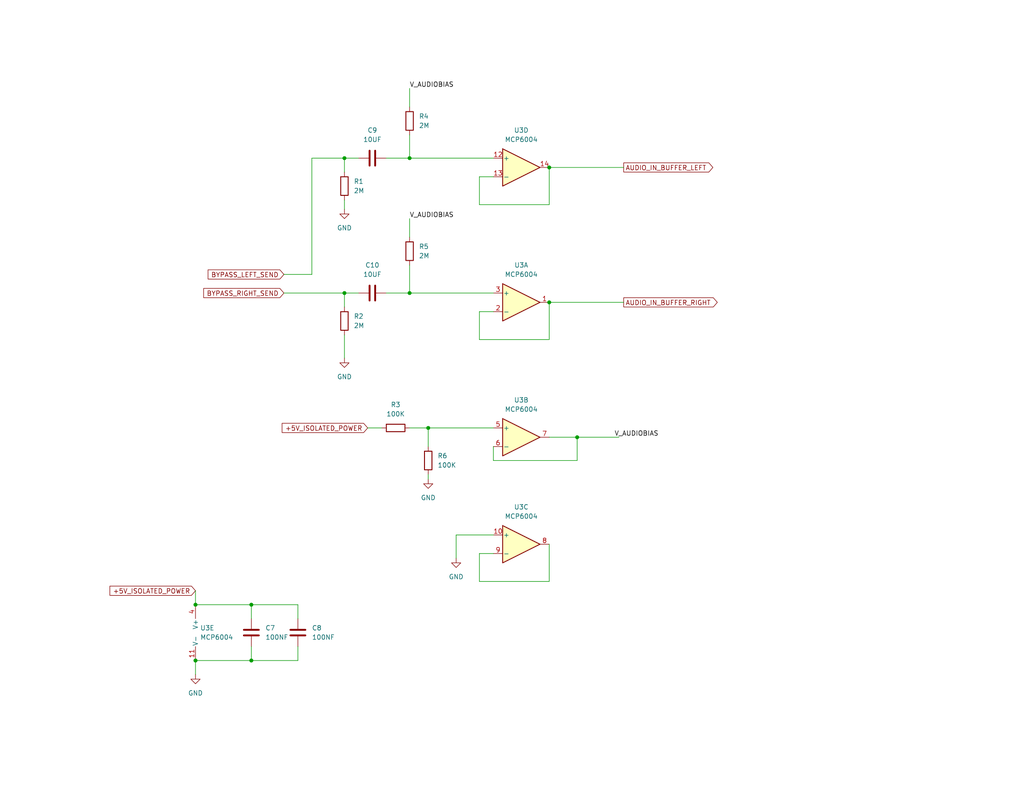
<source format=kicad_sch>
(kicad_sch (version 20230121) (generator eeschema)
  (paper "USLetter")
  (title_block (title "Daisy Seed Guitar Pedal 1590B SMD") (date "2023-11-03") (rev "2") (company "Made by Keith Shepherd (kshep@mac.com)") (comment 1 "https://github.com/electro-smith/Hardware/blob/master/reference/daisy_petal/") (comment 2 "Schematic from the Electro-Smith Daisy Petal Reference Hardware Rev 5"))
  (lib_symbols
    (symbol "Amplifier_Operational:MCP6004" (pin_names (offset 0.127))
      (property "Reference" "U" (at 0 5.08 0))
      (property "Value" "MCP6004" (at 0 -5.08 0))
      (symbol "MCP6004_1_1"
        (polyline (pts (xy -5.08 5.08) (xy 5.08 0) (xy -5.08 -5.08) (xy -5.08 5.08)) (stroke (width 0.254)) (fill (type background)))
        (pin output line (at 7.62 0 180) (length 2.54) (name "~") (number "1"))
        (pin input line (at -7.62 -2.54 0) (length 2.54) (name "-") (number "2"))
        (pin input line (at -7.62 2.54 0) (length 2.54) (name "+") (number "3"))
      )
      (symbol "MCP6004_2_1"
        (polyline (pts (xy -5.08 5.08) (xy 5.08 0) (xy -5.08 -5.08) (xy -5.08 5.08)) (stroke (width 0.254)) (fill (type background)))
        (pin input line (at -7.62 2.54 0) (length 2.54) (name "+") (number "5"))
        (pin input line (at -7.62 -2.54 0) (length 2.54) (name "-") (number "6"))
        (pin output line (at 7.62 0 180) (length 2.54) (name "~") (number "7"))
      )
      (symbol "MCP6004_3_1"
        (polyline (pts (xy -5.08 5.08) (xy 5.08 0) (xy -5.08 -5.08) (xy -5.08 5.08)) (stroke (width 0.254)) (fill (type background)))
        (pin input line (at -7.62 2.54 0) (length 2.54) (name "+") (number "10"))
        (pin output line (at 7.62 0 180) (length 2.54) (name "~") (number "8"))
        (pin input line (at -7.62 -2.54 0) (length 2.54) (name "-") (number "9"))
      )
      (symbol "MCP6004_4_1"
        (polyline (pts (xy -5.08 5.08) (xy 5.08 0) (xy -5.08 -5.08) (xy -5.08 5.08)) (stroke (width 0.254)) (fill (type background)))
        (pin input line (at -7.62 2.54 0) (length 2.54) (name "+") (number "12"))
        (pin input line (at -7.62 -2.54 0) (length 2.54) (name "-") (number "13"))
        (pin output line (at 7.62 0 180) (length 2.54) (name "~") (number "14"))
      )
      (symbol "MCP6004_5_1"
        (pin power_in line (at -2.54 -7.62 90) (length 3.81) (name "V-") (number "11"))
        (pin power_in line (at -2.54 7.62 270) (length 3.81) (name "V+") (number "4"))
      )
    )
    (symbol "Device:C" (pin_numbers hide) (pin_names (offset 0.254))
      (property "Reference" "C" (at 0.635 2.54 0))
      (property "Value" "C" (at 0.635 -2.54 0))
      (symbol "C_0_1"
        (polyline (pts (xy -2.032 -0.762) (xy 2.032 -0.762)) (stroke (width 0.508)))
        (polyline (pts (xy -2.032 0.762) (xy 2.032 0.762)) (stroke (width 0.508)))
      )
      (symbol "C_1_1"
        (pin passive line (at 0 3.81 270) (length 2.794) (name "~") (number "1"))
        (pin passive line (at 0 -3.81 90) (length 2.794) (name "~") (number "2"))
      )
    )
    (symbol "Device:R" (pin_numbers hide) (pin_names (offset 0))
      (property "Reference" "R" (at 2.032 0 90))
      (property "Value" "R" (at 0 0 90))
      (symbol "R_0_1"
        (rectangle (start -1.016 -2.54) (end 1.016 2.54) (stroke (width 0.254)))
      )
      (symbol "R_1_1"
        (pin passive line (at 0 3.81 270) (length 1.27) (name "~") (number "1"))
        (pin passive line (at 0 -3.81 90) (length 1.27) (name "~") (number "2"))
      )
    )
    (symbol "power:GND" (power) (pin_names (offset 0))
      (property "Value" "GND" (at 0 -3.81 0))
      (symbol "GND_0_1"
        (polyline (pts (xy 0 0) (xy 0 -1.27) (xy 1.27 -1.27) (xy 0 -2.54) (xy -1.27 -1.27) (xy 0 -1.27)))
      )
      (symbol "GND_1_1"
        (pin power_in line (at 0 0 270) (length 0) hide (name "GND") (number "1"))
      )
    )
  )
  (junction (at 93.98 43.18))
  (junction (at 149.86 45.72))
  (junction (at 53.34 180.34))
  (junction (at 149.86 82.55))
  (junction (at 93.98 80.01))
  (junction (at 68.58 180.34))
  (junction (at 111.76 80.01))
  (junction (at 111.76 43.18))
  (junction (at 68.58 165.1))
  (junction (at 157.48 119.38))
  (junction (at 116.84 116.84))
  (junction (at 53.34 165.1))
  (wire (pts (xy 116.84 116.84) (xy 134.62 116.84)))
  (wire (pts (xy 68.58 180.34) (xy 81.28 180.34)))
  (wire (pts (xy 130.81 48.26) (xy 134.62 48.26)))
  (wire (pts (xy 149.86 82.55) (xy 149.86 92.71)))
  (wire (pts (xy 149.86 45.72) (xy 149.86 55.88)))
  (wire (pts (xy 77.47 74.93) (xy 85.09 74.93)))
  (wire (pts (xy 111.76 36.83) (xy 111.76 43.18)))
  (wire (pts (xy 149.86 119.38) (xy 157.48 119.38)))
  (wire (pts (xy 68.58 165.1) (xy 81.28 165.1)))
  (wire (pts (xy 111.76 59.69) (xy 111.76 64.77)))
  (wire (pts (xy 111.76 72.39) (xy 111.76 80.01)))
  (wire (pts (xy 134.62 125.73) (xy 134.62 121.92)))
  (wire (pts (xy 157.48 119.38) (xy 157.48 125.73)))
  (wire (pts (xy 85.09 43.18) (xy 93.98 43.18)))
  (wire (pts (xy 116.84 129.54) (xy 116.84 130.81)))
  (wire (pts (xy 111.76 80.01) (xy 134.62 80.01)))
  (wire (pts (xy 68.58 176.53) (xy 68.58 180.34)))
  (wire (pts (xy 77.47 80.01) (xy 93.98 80.01)))
  (wire (pts (xy 149.86 148.59) (xy 149.86 158.75)))
  (wire (pts (xy 130.81 158.75) (xy 130.81 151.13)))
  (wire (pts (xy 53.34 161.29) (xy 53.34 165.1)))
  (wire (pts (xy 93.98 43.18) (xy 93.98 46.99)))
  (wire (pts (xy 124.46 146.05) (xy 124.46 152.4)))
  (wire (pts (xy 149.86 158.75) (xy 130.81 158.75)))
  (wire (pts (xy 111.76 116.84) (xy 116.84 116.84)))
  (wire (pts (xy 93.98 80.01) (xy 97.79 80.01)))
  (wire (pts (xy 53.34 180.34) (xy 53.34 184.15)))
  (wire (pts (xy 111.76 43.18) (xy 134.62 43.18)))
  (wire (pts (xy 68.58 165.1) (xy 68.58 168.91)))
  (wire (pts (xy 149.86 92.71) (xy 130.81 92.71)))
  (wire (pts (xy 81.28 165.1) (xy 81.28 168.91)))
  (wire (pts (xy 53.34 180.34) (xy 68.58 180.34)))
  (wire (pts (xy 93.98 54.61) (xy 93.98 57.15)))
  (wire (pts (xy 157.48 125.73) (xy 134.62 125.73)))
  (wire (pts (xy 149.86 45.72) (xy 170.18 45.72)))
  (wire (pts (xy 93.98 91.44) (xy 93.98 97.79)))
  (wire (pts (xy 157.48 119.38) (xy 168.91 119.38)))
  (wire (pts (xy 130.81 92.71) (xy 130.81 85.09)))
  (wire (pts (xy 105.41 43.18) (xy 111.76 43.18)))
  (wire (pts (xy 134.62 146.05) (xy 124.46 146.05)))
  (wire (pts (xy 53.34 165.1) (xy 68.58 165.1)))
  (wire (pts (xy 93.98 80.01) (xy 93.98 83.82)))
  (wire (pts (xy 130.81 151.13) (xy 134.62 151.13)))
  (wire (pts (xy 116.84 116.84) (xy 116.84 121.92)))
  (wire (pts (xy 93.98 43.18) (xy 97.79 43.18)))
  (wire (pts (xy 149.86 55.88) (xy 130.81 55.88)))
  (wire (pts (xy 111.76 24.13) (xy 111.76 29.21)))
  (wire (pts (xy 81.28 176.53) (xy 81.28 180.34)))
  (wire (pts (xy 85.09 43.18) (xy 85.09 74.93)))
  (wire (pts (xy 149.86 82.55) (xy 170.18 82.55)))
  (wire (pts (xy 100.33 116.84) (xy 104.14 116.84)))
  (wire (pts (xy 105.41 80.01) (xy 111.76 80.01)))
  (wire (pts (xy 130.81 55.88) (xy 130.81 48.26)))
  (wire (pts (xy 130.81 85.09) (xy 134.62 85.09)))
  (label "V_AUDIOBIAS" (at 167.64 119.38 0))
  (label "V_AUDIOBIAS" (at 111.76 59.69 0))
  (label "V_AUDIOBIAS" (at 111.76 24.13 0))
  (global_label "+5V_ISOLATED_POWER" (shape input) (at 53.34 161.29 180) (property "Intersheetrefs" "${INTERSHEET_REFS}" (effects hide)))
  (global_label "AUDIO_IN_BUFFER_LEFT" (shape output) (at 170.18 45.72 0) (property "Intersheetrefs" "${INTERSHEET_REFS}" (effects hide)))
  (global_label "BYPASS_RIGHT_SEND" (shape input) (at 77.47 80.01 180) (property "Intersheetrefs" "${INTERSHEET_REFS}" (effects hide)))
  (global_label "AUDIO_IN_BUFFER_RIGHT" (shape output) (at 170.18 82.55 0) (property "Intersheetrefs" "${INTERSHEET_REFS}" (effects hide)))
  (global_label "BYPASS_LEFT_SEND" (shape input) (at 77.47 74.93 180) (property "Intersheetrefs" "${INTERSHEET_REFS}" (effects hide)))
  (global_label "+5V_ISOLATED_POWER" (shape input) (at 100.33 116.84 180) (property "Intersheetrefs" "${INTERSHEET_REFS}" (effects hide)))
  (symbol (lib_id "power:GND") (at 93.98 97.79 0) (unit 1)
    (property "Reference" "#PWR010" (effects hide))
    (property "Value" "GND" (at 93.98 102.87 0))
  )
  (symbol (lib_id "Device:C") (at 101.6 80.01 90) (unit 1)
    (property "Reference" "C10" (at 101.6 72.39 90))
    (property "Value" "10UF" (at 101.6 74.93 90))
    (property "Footprint" "Capacitor_SMD:C_0805_2012Metric" (effects hide))
  )
  (symbol (lib_id "Device:R") (at 93.98 87.63 0) (unit 1)
    (property "Reference" "R2" (at 96.52 86.3599 0) (effects (justify left)))
    (property "Value" "2M" (at 96.52 88.8999 0) (effects (justify left)))
    (property "Footprint" "Resistor_SMD:R_0805_2012Metric" (effects hide))
  )
  (symbol (lib_id "Device:R") (at 116.84 125.73 0) (unit 1)
    (property "Reference" "R6" (at 119.38 124.4599 0) (effects (justify left)))
    (property "Value" "100K" (at 119.38 126.9999 0) (effects (justify left)))
    (property "Footprint" "Resistor_SMD:R_0805_2012Metric" (effects hide))
  )
  (symbol (lib_id "Amplifier_Operational:MCP6004") (at 142.24 45.72 0) (unit 4)
    (property "Reference" "U3" (at 142.24 35.56 0))
    (property "Value" "MCP6004" (at 142.24 38.1 0))
    (property "Footprint" "Package_SO:SOIC-14_3.9x8.7mm_P1.27mm" (effects hide))
    (property "Datasheet" "http://ww1.microchip.com/downloads/en/DeviceDoc/21733j.pdf" (effects hide))
  )
  (symbol (lib_id "Device:R") (at 107.95 116.84 90) (unit 1)
    (property "Reference" "R3" (at 107.95 110.49 90))
    (property "Value" "100K" (at 107.95 113.03 90))
    (property "Footprint" "Resistor_SMD:R_0805_2012Metric" (effects hide))
  )
  (symbol (lib_id "Device:C") (at 81.28 172.72 0) (unit 1)
    (property "Reference" "C8" (at 85.09 171.4499 0) (effects (justify left)))
    (property "Value" "100NF" (at 85.09 173.9899 0) (effects (justify left)))
    (property "Footprint" "Capacitor_SMD:C_0805_2012Metric" (effects hide))
  )
  (symbol (lib_id "power:GND") (at 93.98 57.15 0) (unit 1)
    (property "Reference" "#PWR09" (effects hide))
    (property "Value" "GND" (at 93.98 62.23 0))
  )
  (symbol (lib_id "Device:R") (at 93.98 50.8 0) (unit 1)
    (property "Reference" "R1" (at 96.52 49.5299 0) (effects (justify left)))
    (property "Value" "2M" (at 96.52 52.0699 0) (effects (justify left)))
    (property "Footprint" "Resistor_SMD:R_0805_2012Metric" (effects hide))
  )
  (symbol (lib_id "Amplifier_Operational:MCP6004") (at 142.24 119.38 0) (unit 2)
    (property "Reference" "U3" (at 142.24 109.22 0))
    (property "Value" "MCP6004" (at 142.24 111.76 0))
    (property "Footprint" "Package_SO:SOIC-14_3.9x8.7mm_P1.27mm" (effects hide))
    (property "Datasheet" "http://ww1.microchip.com/downloads/en/DeviceDoc/21733j.pdf" (effects hide))
  )
  (symbol (lib_id "Amplifier_Operational:MCP6004") (at 142.24 82.55 0) (unit 1)
    (property "Reference" "U3" (at 142.24 72.39 0))
    (property "Value" "MCP6004" (at 142.24 74.93 0))
    (property "Footprint" "Package_SO:SOIC-14_3.9x8.7mm_P1.27mm" (effects hide))
    (property "Datasheet" "http://ww1.microchip.com/downloads/en/DeviceDoc/21733j.pdf" (effects hide))
  )
  (symbol (lib_id "power:GND") (at 124.46 152.4 0) (unit 1)
    (property "Reference" "#PWR012" (effects hide))
    (property "Value" "GND" (at 124.46 157.48 0))
  )
  (symbol (lib_id "Device:R") (at 111.76 33.02 0) (unit 1)
    (property "Reference" "R4" (at 114.3 31.7499 0) (effects (justify left)))
    (property "Value" "2M" (at 114.3 34.2899 0) (effects (justify left)))
    (property "Footprint" "Resistor_SMD:R_0805_2012Metric" (effects hide))
  )
  (symbol (lib_id "Device:R") (at 111.76 68.58 0) (unit 1)
    (property "Reference" "R5" (at 114.3 67.3099 0) (effects (justify left)))
    (property "Value" "2M" (at 114.3 69.8499 0) (effects (justify left)))
    (property "Footprint" "Resistor_SMD:R_0805_2012Metric" (effects hide))
  )
  (symbol (lib_id "power:GND") (at 53.34 184.15 0) (unit 1)
    (property "Reference" "#PWR07" (effects hide))
    (property "Value" "GND" (at 53.34 189.23 0))
  )
  (symbol (lib_id "Amplifier_Operational:MCP6004") (at 142.24 148.59 0) (unit 3)
    (property "Reference" "U3" (at 142.24 138.43 0))
    (property "Value" "MCP6004" (at 142.24 140.97 0))
    (property "Footprint" "Package_SO:SOIC-14_3.9x8.7mm_P1.27mm" (effects hide))
    (property "Datasheet" "http://ww1.microchip.com/downloads/en/DeviceDoc/21733j.pdf" (effects hide))
  )
  (symbol (lib_id "power:GND") (at 116.84 130.81 0) (unit 1)
    (property "Reference" "#PWR011" (effects hide))
    (property "Value" "GND" (at 116.84 135.89 0))
  )
  (symbol (lib_id "Amplifier_Operational:MCP6004") (at 55.88 172.72 0) (unit 5)
    (property "Reference" "U3" (at 54.61 171.4499 0) (effects (justify left)))
    (property "Value" "MCP6004" (at 54.61 173.9899 0) (effects (justify left)))
    (property "Footprint" "Package_SO:SOIC-14_3.9x8.7mm_P1.27mm" (effects hide))
    (property "Datasheet" "http://ww1.microchip.com/downloads/en/DeviceDoc/21733j.pdf" (effects hide))
  )
  (symbol (lib_id "Device:C") (at 101.6 43.18 90) (unit 1)
    (property "Reference" "C9" (at 101.6 35.56 90))
    (property "Value" "10UF" (at 101.6 38.1 90))
    (property "Footprint" "Capacitor_SMD:C_0805_2012Metric" (effects hide))
  )
  (symbol (lib_id "Device:C") (at 68.58 172.72 0) (unit 1)
    (property "Reference" "C7" (at 72.39 171.4499 0) (effects (justify left)))
    (property "Value" "100NF" (at 72.39 173.9899 0) (effects (justify left)))
    (property "Footprint" "Capacitor_SMD:C_0805_2012Metric" (effects hide))
  )
)
</source>
